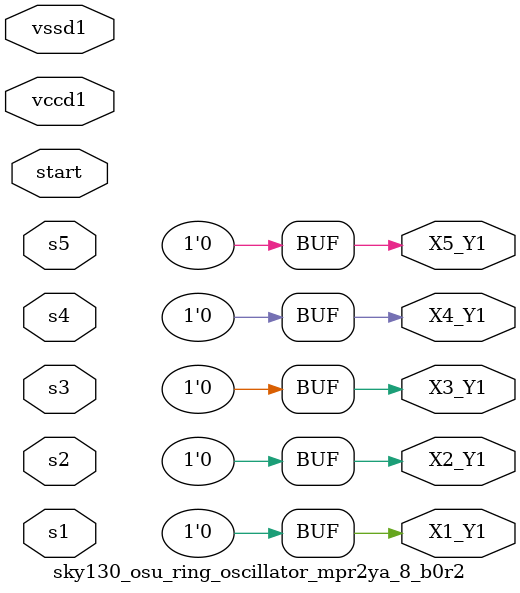
<source format=v>
module sky130_osu_ring_oscillator_mpr2aa_8_b0r1(	// file.cleaned.mlir:2:3
  input  s1,	// file.cleaned.mlir:2:58
         s2,	// file.cleaned.mlir:2:71
         s3,	// file.cleaned.mlir:2:84
         s4,	// file.cleaned.mlir:2:97
         s5,	// file.cleaned.mlir:2:110
         start,	// file.cleaned.mlir:2:123
  inout  vccd1,	// file.cleaned.mlir:2:142
         vssd1,	// file.cleaned.mlir:2:161
  output X1_Y1,	// file.cleaned.mlir:2:178
         X2_Y1,	// file.cleaned.mlir:2:194
         X3_Y1,	// file.cleaned.mlir:2:210
         X4_Y1,	// file.cleaned.mlir:2:226
         X5_Y1	// file.cleaned.mlir:2:242
);

  assign X1_Y1 = 1'h0;	// file.cleaned.mlir:3:14, :4:5
  assign X2_Y1 = 1'h0;	// file.cleaned.mlir:3:14, :4:5
  assign X3_Y1 = 1'h0;	// file.cleaned.mlir:3:14, :4:5
  assign X4_Y1 = 1'h0;	// file.cleaned.mlir:3:14, :4:5
  assign X5_Y1 = 1'h0;	// file.cleaned.mlir:3:14, :4:5
endmodule

module sky130_osu_ring_oscillator_mpr2aa_8_b0r2(	// file.cleaned.mlir:6:3
  input  s1,	// file.cleaned.mlir:6:58
         s2,	// file.cleaned.mlir:6:71
         s3,	// file.cleaned.mlir:6:84
         s4,	// file.cleaned.mlir:6:97
         s5,	// file.cleaned.mlir:6:110
         start,	// file.cleaned.mlir:6:123
  inout  vccd1,	// file.cleaned.mlir:6:142
         vssd1,	// file.cleaned.mlir:6:161
  output X1_Y1,	// file.cleaned.mlir:6:178
         X2_Y1,	// file.cleaned.mlir:6:194
         X3_Y1,	// file.cleaned.mlir:6:210
         X4_Y1,	// file.cleaned.mlir:6:226
         X5_Y1	// file.cleaned.mlir:6:242
);

  assign X1_Y1 = 1'h0;	// file.cleaned.mlir:7:14, :8:5
  assign X2_Y1 = 1'h0;	// file.cleaned.mlir:7:14, :8:5
  assign X3_Y1 = 1'h0;	// file.cleaned.mlir:7:14, :8:5
  assign X4_Y1 = 1'h0;	// file.cleaned.mlir:7:14, :8:5
  assign X5_Y1 = 1'h0;	// file.cleaned.mlir:7:14, :8:5
endmodule

module sky130_osu_ring_oscillator_mpr2at_8_b0r1(	// file.cleaned.mlir:10:3
  input  s1,	// file.cleaned.mlir:10:58
         s2,	// file.cleaned.mlir:10:71
         s3,	// file.cleaned.mlir:10:84
         s4,	// file.cleaned.mlir:10:97
         s5,	// file.cleaned.mlir:10:110
         start,	// file.cleaned.mlir:10:123
  inout  vccd1,	// file.cleaned.mlir:10:142
         vssd1,	// file.cleaned.mlir:10:161
  output X1_Y1,	// file.cleaned.mlir:10:178
         X2_Y1,	// file.cleaned.mlir:10:194
         X3_Y1,	// file.cleaned.mlir:10:210
         X4_Y1,	// file.cleaned.mlir:10:226
         X5_Y1	// file.cleaned.mlir:10:242
);

  assign X1_Y1 = 1'h0;	// file.cleaned.mlir:11:14, :12:5
  assign X2_Y1 = 1'h0;	// file.cleaned.mlir:11:14, :12:5
  assign X3_Y1 = 1'h0;	// file.cleaned.mlir:11:14, :12:5
  assign X4_Y1 = 1'h0;	// file.cleaned.mlir:11:14, :12:5
  assign X5_Y1 = 1'h0;	// file.cleaned.mlir:11:14, :12:5
endmodule

module sky130_osu_ring_oscillator_mpr2at_8_b0r2(	// file.cleaned.mlir:14:3
  input  s1,	// file.cleaned.mlir:14:58
         s2,	// file.cleaned.mlir:14:71
         s3,	// file.cleaned.mlir:14:84
         s4,	// file.cleaned.mlir:14:97
         s5,	// file.cleaned.mlir:14:110
         start,	// file.cleaned.mlir:14:123
  inout  vccd1,	// file.cleaned.mlir:14:142
         vssd1,	// file.cleaned.mlir:14:161
  output X1_Y1,	// file.cleaned.mlir:14:178
         X2_Y1,	// file.cleaned.mlir:14:194
         X3_Y1,	// file.cleaned.mlir:14:210
         X4_Y1,	// file.cleaned.mlir:14:226
         X5_Y1	// file.cleaned.mlir:14:242
);

  assign X1_Y1 = 1'h0;	// file.cleaned.mlir:15:14, :16:5
  assign X2_Y1 = 1'h0;	// file.cleaned.mlir:15:14, :16:5
  assign X3_Y1 = 1'h0;	// file.cleaned.mlir:15:14, :16:5
  assign X4_Y1 = 1'h0;	// file.cleaned.mlir:15:14, :16:5
  assign X5_Y1 = 1'h0;	// file.cleaned.mlir:15:14, :16:5
endmodule

module sky130_osu_ring_oscillator_mpr2ca_8_b0r1(	// file.cleaned.mlir:18:3
  input  s1,	// file.cleaned.mlir:18:58
         s2,	// file.cleaned.mlir:18:71
         s3,	// file.cleaned.mlir:18:84
         s4,	// file.cleaned.mlir:18:97
         s5,	// file.cleaned.mlir:18:110
         start,	// file.cleaned.mlir:18:123
  inout  vccd1,	// file.cleaned.mlir:18:142
         vssd1,	// file.cleaned.mlir:18:161
  output X1_Y1,	// file.cleaned.mlir:18:178
         X2_Y1,	// file.cleaned.mlir:18:194
         X3_Y1,	// file.cleaned.mlir:18:210
         X4_Y1,	// file.cleaned.mlir:18:226
         X5_Y1	// file.cleaned.mlir:18:242
);

  assign X1_Y1 = 1'h0;	// file.cleaned.mlir:19:14, :20:5
  assign X2_Y1 = 1'h0;	// file.cleaned.mlir:19:14, :20:5
  assign X3_Y1 = 1'h0;	// file.cleaned.mlir:19:14, :20:5
  assign X4_Y1 = 1'h0;	// file.cleaned.mlir:19:14, :20:5
  assign X5_Y1 = 1'h0;	// file.cleaned.mlir:19:14, :20:5
endmodule

module sky130_osu_ring_oscillator_mpr2ca_8_b0r2(	// file.cleaned.mlir:22:3
  input  s1,	// file.cleaned.mlir:22:58
         s2,	// file.cleaned.mlir:22:71
         s3,	// file.cleaned.mlir:22:84
         s4,	// file.cleaned.mlir:22:97
         s5,	// file.cleaned.mlir:22:110
         start,	// file.cleaned.mlir:22:123
  inout  vccd1,	// file.cleaned.mlir:22:142
         vssd1,	// file.cleaned.mlir:22:161
  output X1_Y1,	// file.cleaned.mlir:22:178
         X2_Y1,	// file.cleaned.mlir:22:194
         X3_Y1,	// file.cleaned.mlir:22:210
         X4_Y1,	// file.cleaned.mlir:22:226
         X5_Y1	// file.cleaned.mlir:22:242
);

  assign X1_Y1 = 1'h0;	// file.cleaned.mlir:23:14, :24:5
  assign X2_Y1 = 1'h0;	// file.cleaned.mlir:23:14, :24:5
  assign X3_Y1 = 1'h0;	// file.cleaned.mlir:23:14, :24:5
  assign X4_Y1 = 1'h0;	// file.cleaned.mlir:23:14, :24:5
  assign X5_Y1 = 1'h0;	// file.cleaned.mlir:23:14, :24:5
endmodule

module sky130_osu_ring_oscillator_mpr2ct_8_b0r1(	// file.cleaned.mlir:26:3
  input  s1,	// file.cleaned.mlir:26:58
         s2,	// file.cleaned.mlir:26:71
         s3,	// file.cleaned.mlir:26:84
         s4,	// file.cleaned.mlir:26:97
         s5,	// file.cleaned.mlir:26:110
         start,	// file.cleaned.mlir:26:123
  inout  vccd1,	// file.cleaned.mlir:26:142
         vssd1,	// file.cleaned.mlir:26:161
  output X1_Y1,	// file.cleaned.mlir:26:178
         X2_Y1,	// file.cleaned.mlir:26:194
         X3_Y1,	// file.cleaned.mlir:26:210
         X4_Y1,	// file.cleaned.mlir:26:226
         X5_Y1	// file.cleaned.mlir:26:242
);

  assign X1_Y1 = 1'h0;	// file.cleaned.mlir:27:14, :28:5
  assign X2_Y1 = 1'h0;	// file.cleaned.mlir:27:14, :28:5
  assign X3_Y1 = 1'h0;	// file.cleaned.mlir:27:14, :28:5
  assign X4_Y1 = 1'h0;	// file.cleaned.mlir:27:14, :28:5
  assign X5_Y1 = 1'h0;	// file.cleaned.mlir:27:14, :28:5
endmodule

module sky130_osu_ring_oscillator_mpr2ct_8_b0r2(	// file.cleaned.mlir:30:3
  input  s1,	// file.cleaned.mlir:30:58
         s2,	// file.cleaned.mlir:30:71
         s3,	// file.cleaned.mlir:30:84
         s4,	// file.cleaned.mlir:30:97
         s5,	// file.cleaned.mlir:30:110
         start,	// file.cleaned.mlir:30:123
  inout  vccd1,	// file.cleaned.mlir:30:142
         vssd1,	// file.cleaned.mlir:30:161
  output X1_Y1,	// file.cleaned.mlir:30:178
         X2_Y1,	// file.cleaned.mlir:30:194
         X3_Y1,	// file.cleaned.mlir:30:210
         X4_Y1,	// file.cleaned.mlir:30:226
         X5_Y1	// file.cleaned.mlir:30:242
);

  assign X1_Y1 = 1'h0;	// file.cleaned.mlir:31:14, :32:5
  assign X2_Y1 = 1'h0;	// file.cleaned.mlir:31:14, :32:5
  assign X3_Y1 = 1'h0;	// file.cleaned.mlir:31:14, :32:5
  assign X4_Y1 = 1'h0;	// file.cleaned.mlir:31:14, :32:5
  assign X5_Y1 = 1'h0;	// file.cleaned.mlir:31:14, :32:5
endmodule

module sky130_osu_ring_oscillator_mpr2ea_8_b0r1(	// file.cleaned.mlir:34:3
  input  s1,	// file.cleaned.mlir:34:58
         s2,	// file.cleaned.mlir:34:71
         s3,	// file.cleaned.mlir:34:84
         s4,	// file.cleaned.mlir:34:97
         s5,	// file.cleaned.mlir:34:110
         start,	// file.cleaned.mlir:34:123
  inout  vccd1,	// file.cleaned.mlir:34:142
         vssd1,	// file.cleaned.mlir:34:161
  output X1_Y1,	// file.cleaned.mlir:34:178
         X2_Y1,	// file.cleaned.mlir:34:194
         X3_Y1,	// file.cleaned.mlir:34:210
         X4_Y1,	// file.cleaned.mlir:34:226
         X5_Y1	// file.cleaned.mlir:34:242
);

  assign X1_Y1 = 1'h0;	// file.cleaned.mlir:35:14, :36:5
  assign X2_Y1 = 1'h0;	// file.cleaned.mlir:35:14, :36:5
  assign X3_Y1 = 1'h0;	// file.cleaned.mlir:35:14, :36:5
  assign X4_Y1 = 1'h0;	// file.cleaned.mlir:35:14, :36:5
  assign X5_Y1 = 1'h0;	// file.cleaned.mlir:35:14, :36:5
endmodule

module sky130_osu_ring_oscillator_mpr2ea_8_b0r2(	// file.cleaned.mlir:38:3
  input  s1,	// file.cleaned.mlir:38:58
         s2,	// file.cleaned.mlir:38:71
         s3,	// file.cleaned.mlir:38:84
         s4,	// file.cleaned.mlir:38:97
         s5,	// file.cleaned.mlir:38:110
         start,	// file.cleaned.mlir:38:123
  inout  vccd1,	// file.cleaned.mlir:38:142
         vssd1,	// file.cleaned.mlir:38:161
  output X1_Y1,	// file.cleaned.mlir:38:178
         X2_Y1,	// file.cleaned.mlir:38:194
         X3_Y1,	// file.cleaned.mlir:38:210
         X4_Y1,	// file.cleaned.mlir:38:226
         X5_Y1	// file.cleaned.mlir:38:242
);

  assign X1_Y1 = 1'h0;	// file.cleaned.mlir:39:14, :40:5
  assign X2_Y1 = 1'h0;	// file.cleaned.mlir:39:14, :40:5
  assign X3_Y1 = 1'h0;	// file.cleaned.mlir:39:14, :40:5
  assign X4_Y1 = 1'h0;	// file.cleaned.mlir:39:14, :40:5
  assign X5_Y1 = 1'h0;	// file.cleaned.mlir:39:14, :40:5
endmodule

module sky130_osu_ring_oscillator_mpr2et_8_b0r1(	// file.cleaned.mlir:42:3
  input  s1,	// file.cleaned.mlir:42:58
         s2,	// file.cleaned.mlir:42:71
         s3,	// file.cleaned.mlir:42:84
         s4,	// file.cleaned.mlir:42:97
         s5,	// file.cleaned.mlir:42:110
         start,	// file.cleaned.mlir:42:123
  inout  vccd1,	// file.cleaned.mlir:42:142
         vssd1,	// file.cleaned.mlir:42:161
  output X1_Y1,	// file.cleaned.mlir:42:178
         X2_Y1,	// file.cleaned.mlir:42:194
         X3_Y1,	// file.cleaned.mlir:42:210
         X4_Y1,	// file.cleaned.mlir:42:226
         X5_Y1	// file.cleaned.mlir:42:242
);

  assign X1_Y1 = 1'h0;	// file.cleaned.mlir:43:14, :44:5
  assign X2_Y1 = 1'h0;	// file.cleaned.mlir:43:14, :44:5
  assign X3_Y1 = 1'h0;	// file.cleaned.mlir:43:14, :44:5
  assign X4_Y1 = 1'h0;	// file.cleaned.mlir:43:14, :44:5
  assign X5_Y1 = 1'h0;	// file.cleaned.mlir:43:14, :44:5
endmodule

module sky130_osu_ring_oscillator_mpr2et_8_b0r2(	// file.cleaned.mlir:46:3
  input  s1,	// file.cleaned.mlir:46:58
         s2,	// file.cleaned.mlir:46:71
         s3,	// file.cleaned.mlir:46:84
         s4,	// file.cleaned.mlir:46:97
         s5,	// file.cleaned.mlir:46:110
         start,	// file.cleaned.mlir:46:123
  inout  vccd1,	// file.cleaned.mlir:46:142
         vssd1,	// file.cleaned.mlir:46:161
  output X1_Y1,	// file.cleaned.mlir:46:178
         X2_Y1,	// file.cleaned.mlir:46:194
         X3_Y1,	// file.cleaned.mlir:46:210
         X4_Y1,	// file.cleaned.mlir:46:226
         X5_Y1	// file.cleaned.mlir:46:242
);

  assign X1_Y1 = 1'h0;	// file.cleaned.mlir:47:14, :48:5
  assign X2_Y1 = 1'h0;	// file.cleaned.mlir:47:14, :48:5
  assign X3_Y1 = 1'h0;	// file.cleaned.mlir:47:14, :48:5
  assign X4_Y1 = 1'h0;	// file.cleaned.mlir:47:14, :48:5
  assign X5_Y1 = 1'h0;	// file.cleaned.mlir:47:14, :48:5
endmodule

module sky130_osu_ring_oscillator_mpr2xa_8_b0r1(	// file.cleaned.mlir:50:3
  input  s1,	// file.cleaned.mlir:50:58
         s2,	// file.cleaned.mlir:50:71
         s3,	// file.cleaned.mlir:50:84
         s4,	// file.cleaned.mlir:50:97
         s5,	// file.cleaned.mlir:50:110
         start,	// file.cleaned.mlir:50:123
  inout  vccd1,	// file.cleaned.mlir:50:142
         vssd1,	// file.cleaned.mlir:50:161
  output X1_Y1,	// file.cleaned.mlir:50:178
         X2_Y1,	// file.cleaned.mlir:50:194
         X3_Y1,	// file.cleaned.mlir:50:210
         X4_Y1,	// file.cleaned.mlir:50:226
         X5_Y1	// file.cleaned.mlir:50:242
);

  assign X1_Y1 = 1'h0;	// file.cleaned.mlir:51:14, :52:5
  assign X2_Y1 = 1'h0;	// file.cleaned.mlir:51:14, :52:5
  assign X3_Y1 = 1'h0;	// file.cleaned.mlir:51:14, :52:5
  assign X4_Y1 = 1'h0;	// file.cleaned.mlir:51:14, :52:5
  assign X5_Y1 = 1'h0;	// file.cleaned.mlir:51:14, :52:5
endmodule

module sky130_osu_ring_oscillator_mpr2xa_8_b0r2(	// file.cleaned.mlir:54:3
  input  s1,	// file.cleaned.mlir:54:58
         s2,	// file.cleaned.mlir:54:71
         s3,	// file.cleaned.mlir:54:84
         s4,	// file.cleaned.mlir:54:97
         s5,	// file.cleaned.mlir:54:110
         start,	// file.cleaned.mlir:54:123
  inout  vccd1,	// file.cleaned.mlir:54:142
         vssd1,	// file.cleaned.mlir:54:161
  output X1_Y1,	// file.cleaned.mlir:54:178
         X2_Y1,	// file.cleaned.mlir:54:194
         X3_Y1,	// file.cleaned.mlir:54:210
         X4_Y1,	// file.cleaned.mlir:54:226
         X5_Y1	// file.cleaned.mlir:54:242
);

  assign X1_Y1 = 1'h0;	// file.cleaned.mlir:55:14, :56:5
  assign X2_Y1 = 1'h0;	// file.cleaned.mlir:55:14, :56:5
  assign X3_Y1 = 1'h0;	// file.cleaned.mlir:55:14, :56:5
  assign X4_Y1 = 1'h0;	// file.cleaned.mlir:55:14, :56:5
  assign X5_Y1 = 1'h0;	// file.cleaned.mlir:55:14, :56:5
endmodule

module sky130_osu_ring_oscillator_mpr2ya_8_b0r1(	// file.cleaned.mlir:58:3
  input  s1,	// file.cleaned.mlir:58:58
         s2,	// file.cleaned.mlir:58:71
         s3,	// file.cleaned.mlir:58:84
         s4,	// file.cleaned.mlir:58:97
         s5,	// file.cleaned.mlir:58:110
         start,	// file.cleaned.mlir:58:123
  inout  vccd1,	// file.cleaned.mlir:58:142
         vssd1,	// file.cleaned.mlir:58:161
  output X1_Y1,	// file.cleaned.mlir:58:178
         X2_Y1,	// file.cleaned.mlir:58:194
         X3_Y1,	// file.cleaned.mlir:58:210
         X4_Y1,	// file.cleaned.mlir:58:226
         X5_Y1	// file.cleaned.mlir:58:242
);

  assign X1_Y1 = 1'h0;	// file.cleaned.mlir:59:14, :60:5
  assign X2_Y1 = 1'h0;	// file.cleaned.mlir:59:14, :60:5
  assign X3_Y1 = 1'h0;	// file.cleaned.mlir:59:14, :60:5
  assign X4_Y1 = 1'h0;	// file.cleaned.mlir:59:14, :60:5
  assign X5_Y1 = 1'h0;	// file.cleaned.mlir:59:14, :60:5
endmodule

module sky130_osu_ring_oscillator_mpr2ya_8_b0r2(	// file.cleaned.mlir:62:3
  input  s1,	// file.cleaned.mlir:62:58
         s2,	// file.cleaned.mlir:62:71
         s3,	// file.cleaned.mlir:62:84
         s4,	// file.cleaned.mlir:62:97
         s5,	// file.cleaned.mlir:62:110
         start,	// file.cleaned.mlir:62:123
  inout  vccd1,	// file.cleaned.mlir:62:142
         vssd1,	// file.cleaned.mlir:62:161
  output X1_Y1,	// file.cleaned.mlir:62:178
         X2_Y1,	// file.cleaned.mlir:62:194
         X3_Y1,	// file.cleaned.mlir:62:210
         X4_Y1,	// file.cleaned.mlir:62:226
         X5_Y1	// file.cleaned.mlir:62:242
);

  assign X1_Y1 = 1'h0;	// file.cleaned.mlir:63:14, :64:5
  assign X2_Y1 = 1'h0;	// file.cleaned.mlir:63:14, :64:5
  assign X3_Y1 = 1'h0;	// file.cleaned.mlir:63:14, :64:5
  assign X4_Y1 = 1'h0;	// file.cleaned.mlir:63:14, :64:5
  assign X5_Y1 = 1'h0;	// file.cleaned.mlir:63:14, :64:5
endmodule


</source>
